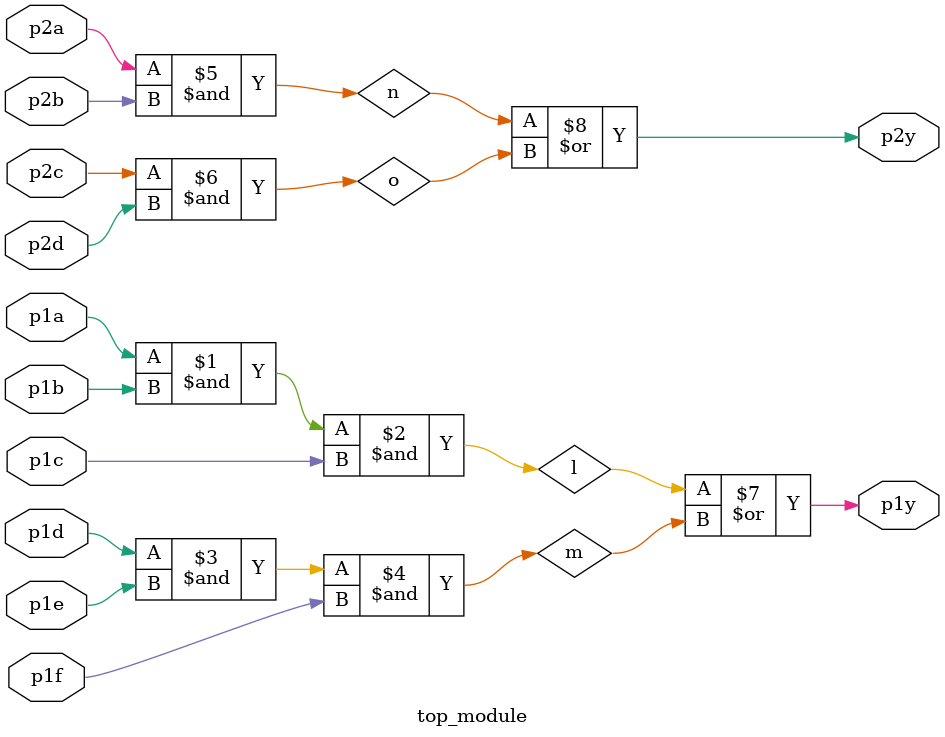
<source format=v>
module top_module ( 
    input p1a, p1b, p1c, p1d, p1e, p1f,
    output p1y,
    input p2a, p2b, p2c, p2d,
    output p2y );
    wire l,m,n,o;
    assign l = (p1a & p1b & p1c);
    assign m = (p1d & p1e & p1f);
    assign n = (p2a & p2b);
    assign o = (p2c & p2d);
    assign p1y = (l | m);
    assign p2y = (n | o);
/* and (l,p1a,p1b,p1c);
   and (m,p1d,p1e,p1f);
   and (n,p2a,p2b);
   and (o,p2c,p2d);
   or  (p1y,l,m);
   or  (p2y,n,o);  */

endmodule

</source>
